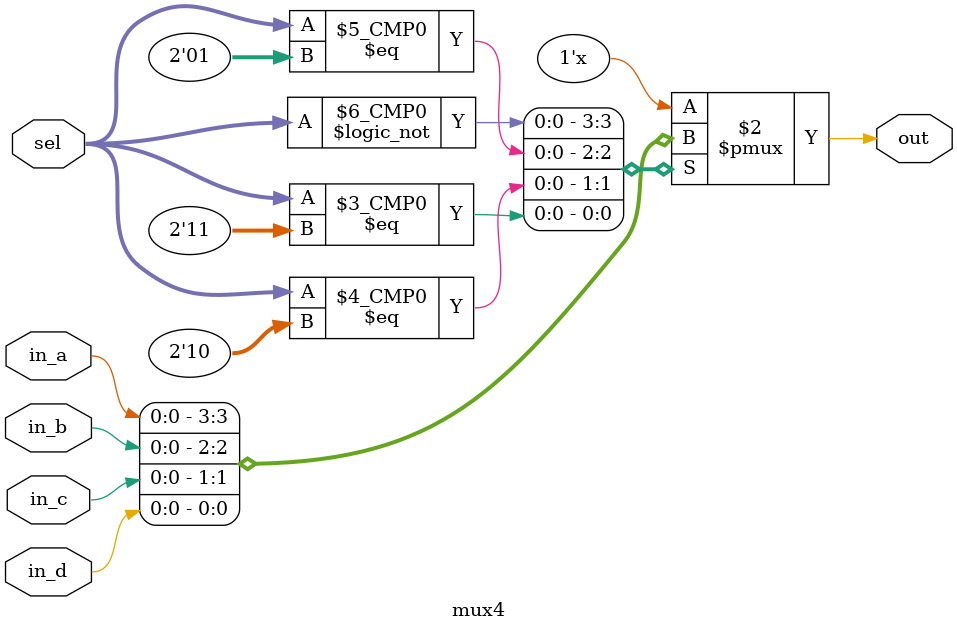
<source format=v>
module mux4
    #(parameter N = 1) (
        input [N-1:0] in_a, in_b, in_c, in_d,
        input [1:0] sel,
        output reg [N-1:0] out
    );

always @(*) begin
    case(sel)
        'b00: out = in_a;
        'b01: out = in_b;
        'b10: out = in_c;
        'b11: out = in_d;
    endcase
end
endmodule
</source>
